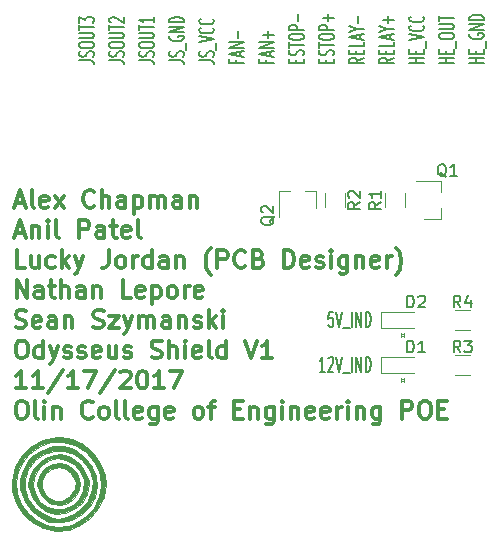
<source format=gbr>
G04 #@! TF.FileFunction,Legend,Top*
%FSLAX46Y46*%
G04 Gerber Fmt 4.6, Leading zero omitted, Abs format (unit mm)*
G04 Created by KiCad (PCBNEW 4.0.7) date 11/19/17 16:44:50*
%MOMM*%
%LPD*%
G01*
G04 APERTURE LIST*
%ADD10C,0.100000*%
%ADD11C,0.190500*%
%ADD12C,0.300000*%
%ADD13C,0.120000*%
%ADD14C,0.010000*%
%ADD15C,0.150000*%
G04 APERTURE END LIST*
D10*
D11*
X176312286Y-128844524D02*
X175876858Y-128844524D01*
X176094572Y-128844524D02*
X176094572Y-127574524D01*
X176022001Y-127755952D01*
X175949429Y-127876905D01*
X175876858Y-127937381D01*
X176602572Y-127695476D02*
X176638858Y-127635000D01*
X176711429Y-127574524D01*
X176892858Y-127574524D01*
X176965429Y-127635000D01*
X177001715Y-127695476D01*
X177038000Y-127816429D01*
X177038000Y-127937381D01*
X177001715Y-128118810D01*
X176566286Y-128844524D01*
X177038000Y-128844524D01*
X177255714Y-127574524D02*
X177509714Y-128844524D01*
X177763714Y-127574524D01*
X177836286Y-128965476D02*
X178416857Y-128965476D01*
X178598286Y-128844524D02*
X178598286Y-127574524D01*
X178961143Y-128844524D02*
X178961143Y-127574524D01*
X179396571Y-128844524D01*
X179396571Y-127574524D01*
X179759429Y-128844524D02*
X179759429Y-127574524D01*
X179940857Y-127574524D01*
X180049714Y-127635000D01*
X180122286Y-127755952D01*
X180158571Y-127876905D01*
X180194857Y-128118810D01*
X180194857Y-128300238D01*
X180158571Y-128542143D01*
X180122286Y-128663095D01*
X180049714Y-128784048D01*
X179940857Y-128844524D01*
X179759429Y-128844524D01*
X177001715Y-123764524D02*
X176638858Y-123764524D01*
X176602572Y-124369286D01*
X176638858Y-124308810D01*
X176711429Y-124248333D01*
X176892858Y-124248333D01*
X176965429Y-124308810D01*
X177001715Y-124369286D01*
X177038000Y-124490238D01*
X177038000Y-124792619D01*
X177001715Y-124913571D01*
X176965429Y-124974048D01*
X176892858Y-125034524D01*
X176711429Y-125034524D01*
X176638858Y-124974048D01*
X176602572Y-124913571D01*
X177255714Y-123764524D02*
X177509714Y-125034524D01*
X177763714Y-123764524D01*
X177836286Y-125155476D02*
X178416857Y-125155476D01*
X178598286Y-125034524D02*
X178598286Y-123764524D01*
X178961143Y-125034524D02*
X178961143Y-123764524D01*
X179396571Y-125034524D01*
X179396571Y-123764524D01*
X179759429Y-125034524D02*
X179759429Y-123764524D01*
X179940857Y-123764524D01*
X180049714Y-123825000D01*
X180122286Y-123945952D01*
X180158571Y-124066905D01*
X180194857Y-124308810D01*
X180194857Y-124490238D01*
X180158571Y-124732143D01*
X180122286Y-124853095D01*
X180049714Y-124974048D01*
X179940857Y-125034524D01*
X179759429Y-125034524D01*
X155514524Y-102470857D02*
X156421667Y-102470857D01*
X156603095Y-102507143D01*
X156724048Y-102579714D01*
X156784524Y-102688571D01*
X156784524Y-102761143D01*
X156724048Y-102144286D02*
X156784524Y-102035429D01*
X156784524Y-101854000D01*
X156724048Y-101781429D01*
X156663571Y-101745143D01*
X156542619Y-101708858D01*
X156421667Y-101708858D01*
X156300714Y-101745143D01*
X156240238Y-101781429D01*
X156179762Y-101854000D01*
X156119286Y-101999143D01*
X156058810Y-102071715D01*
X155998333Y-102108000D01*
X155877381Y-102144286D01*
X155756429Y-102144286D01*
X155635476Y-102108000D01*
X155575000Y-102071715D01*
X155514524Y-101999143D01*
X155514524Y-101817715D01*
X155575000Y-101708858D01*
X155514524Y-101237144D02*
X155514524Y-101092001D01*
X155575000Y-101019429D01*
X155695952Y-100946858D01*
X155937857Y-100910572D01*
X156361190Y-100910572D01*
X156603095Y-100946858D01*
X156724048Y-101019429D01*
X156784524Y-101092001D01*
X156784524Y-101237144D01*
X156724048Y-101309715D01*
X156603095Y-101382286D01*
X156361190Y-101418572D01*
X155937857Y-101418572D01*
X155695952Y-101382286D01*
X155575000Y-101309715D01*
X155514524Y-101237144D01*
X155514524Y-100584000D02*
X156542619Y-100584000D01*
X156663571Y-100547715D01*
X156724048Y-100511429D01*
X156784524Y-100438858D01*
X156784524Y-100293715D01*
X156724048Y-100221143D01*
X156663571Y-100184858D01*
X156542619Y-100148572D01*
X155514524Y-100148572D01*
X155514524Y-99894572D02*
X155514524Y-99459143D01*
X156784524Y-99676857D02*
X155514524Y-99676857D01*
X155514524Y-99277715D02*
X155514524Y-98806001D01*
X155998333Y-99060001D01*
X155998333Y-98951143D01*
X156058810Y-98878572D01*
X156119286Y-98842286D01*
X156240238Y-98806001D01*
X156542619Y-98806001D01*
X156663571Y-98842286D01*
X156724048Y-98878572D01*
X156784524Y-98951143D01*
X156784524Y-99168858D01*
X156724048Y-99241429D01*
X156663571Y-99277715D01*
X158054524Y-102470857D02*
X158961667Y-102470857D01*
X159143095Y-102507143D01*
X159264048Y-102579714D01*
X159324524Y-102688571D01*
X159324524Y-102761143D01*
X159264048Y-102144286D02*
X159324524Y-102035429D01*
X159324524Y-101854000D01*
X159264048Y-101781429D01*
X159203571Y-101745143D01*
X159082619Y-101708858D01*
X158961667Y-101708858D01*
X158840714Y-101745143D01*
X158780238Y-101781429D01*
X158719762Y-101854000D01*
X158659286Y-101999143D01*
X158598810Y-102071715D01*
X158538333Y-102108000D01*
X158417381Y-102144286D01*
X158296429Y-102144286D01*
X158175476Y-102108000D01*
X158115000Y-102071715D01*
X158054524Y-101999143D01*
X158054524Y-101817715D01*
X158115000Y-101708858D01*
X158054524Y-101237144D02*
X158054524Y-101092001D01*
X158115000Y-101019429D01*
X158235952Y-100946858D01*
X158477857Y-100910572D01*
X158901190Y-100910572D01*
X159143095Y-100946858D01*
X159264048Y-101019429D01*
X159324524Y-101092001D01*
X159324524Y-101237144D01*
X159264048Y-101309715D01*
X159143095Y-101382286D01*
X158901190Y-101418572D01*
X158477857Y-101418572D01*
X158235952Y-101382286D01*
X158115000Y-101309715D01*
X158054524Y-101237144D01*
X158054524Y-100584000D02*
X159082619Y-100584000D01*
X159203571Y-100547715D01*
X159264048Y-100511429D01*
X159324524Y-100438858D01*
X159324524Y-100293715D01*
X159264048Y-100221143D01*
X159203571Y-100184858D01*
X159082619Y-100148572D01*
X158054524Y-100148572D01*
X158054524Y-99894572D02*
X158054524Y-99459143D01*
X159324524Y-99676857D02*
X158054524Y-99676857D01*
X158175476Y-99241429D02*
X158115000Y-99205143D01*
X158054524Y-99132572D01*
X158054524Y-98951143D01*
X158115000Y-98878572D01*
X158175476Y-98842286D01*
X158296429Y-98806001D01*
X158417381Y-98806001D01*
X158598810Y-98842286D01*
X159324524Y-99277715D01*
X159324524Y-98806001D01*
X160594524Y-102470857D02*
X161501667Y-102470857D01*
X161683095Y-102507143D01*
X161804048Y-102579714D01*
X161864524Y-102688571D01*
X161864524Y-102761143D01*
X161804048Y-102144286D02*
X161864524Y-102035429D01*
X161864524Y-101854000D01*
X161804048Y-101781429D01*
X161743571Y-101745143D01*
X161622619Y-101708858D01*
X161501667Y-101708858D01*
X161380714Y-101745143D01*
X161320238Y-101781429D01*
X161259762Y-101854000D01*
X161199286Y-101999143D01*
X161138810Y-102071715D01*
X161078333Y-102108000D01*
X160957381Y-102144286D01*
X160836429Y-102144286D01*
X160715476Y-102108000D01*
X160655000Y-102071715D01*
X160594524Y-101999143D01*
X160594524Y-101817715D01*
X160655000Y-101708858D01*
X160594524Y-101237144D02*
X160594524Y-101092001D01*
X160655000Y-101019429D01*
X160775952Y-100946858D01*
X161017857Y-100910572D01*
X161441190Y-100910572D01*
X161683095Y-100946858D01*
X161804048Y-101019429D01*
X161864524Y-101092001D01*
X161864524Y-101237144D01*
X161804048Y-101309715D01*
X161683095Y-101382286D01*
X161441190Y-101418572D01*
X161017857Y-101418572D01*
X160775952Y-101382286D01*
X160655000Y-101309715D01*
X160594524Y-101237144D01*
X160594524Y-100584000D02*
X161622619Y-100584000D01*
X161743571Y-100547715D01*
X161804048Y-100511429D01*
X161864524Y-100438858D01*
X161864524Y-100293715D01*
X161804048Y-100221143D01*
X161743571Y-100184858D01*
X161622619Y-100148572D01*
X160594524Y-100148572D01*
X160594524Y-99894572D02*
X160594524Y-99459143D01*
X161864524Y-99676857D02*
X160594524Y-99676857D01*
X161864524Y-98806001D02*
X161864524Y-99241429D01*
X161864524Y-99023715D02*
X160594524Y-99023715D01*
X160775952Y-99096286D01*
X160896905Y-99168858D01*
X160957381Y-99241429D01*
X163134524Y-102470857D02*
X164041667Y-102470857D01*
X164223095Y-102507143D01*
X164344048Y-102579714D01*
X164404524Y-102688571D01*
X164404524Y-102761143D01*
X164344048Y-102144286D02*
X164404524Y-102035429D01*
X164404524Y-101854000D01*
X164344048Y-101781429D01*
X164283571Y-101745143D01*
X164162619Y-101708858D01*
X164041667Y-101708858D01*
X163920714Y-101745143D01*
X163860238Y-101781429D01*
X163799762Y-101854000D01*
X163739286Y-101999143D01*
X163678810Y-102071715D01*
X163618333Y-102108000D01*
X163497381Y-102144286D01*
X163376429Y-102144286D01*
X163255476Y-102108000D01*
X163195000Y-102071715D01*
X163134524Y-101999143D01*
X163134524Y-101817715D01*
X163195000Y-101708858D01*
X164525476Y-101563715D02*
X164525476Y-100983144D01*
X163195000Y-100402573D02*
X163134524Y-100475144D01*
X163134524Y-100584001D01*
X163195000Y-100692858D01*
X163315952Y-100765430D01*
X163436905Y-100801715D01*
X163678810Y-100838001D01*
X163860238Y-100838001D01*
X164102143Y-100801715D01*
X164223095Y-100765430D01*
X164344048Y-100692858D01*
X164404524Y-100584001D01*
X164404524Y-100511430D01*
X164344048Y-100402573D01*
X164283571Y-100366287D01*
X163860238Y-100366287D01*
X163860238Y-100511430D01*
X164404524Y-100039715D02*
X163134524Y-100039715D01*
X164404524Y-99604287D01*
X163134524Y-99604287D01*
X164404524Y-99241429D02*
X163134524Y-99241429D01*
X163134524Y-99060001D01*
X163195000Y-98951144D01*
X163315952Y-98878572D01*
X163436905Y-98842287D01*
X163678810Y-98806001D01*
X163860238Y-98806001D01*
X164102143Y-98842287D01*
X164223095Y-98878572D01*
X164344048Y-98951144D01*
X164404524Y-99060001D01*
X164404524Y-99241429D01*
X165674524Y-102470857D02*
X166581667Y-102470857D01*
X166763095Y-102507143D01*
X166884048Y-102579714D01*
X166944524Y-102688571D01*
X166944524Y-102761143D01*
X166884048Y-102144286D02*
X166944524Y-102035429D01*
X166944524Y-101854000D01*
X166884048Y-101781429D01*
X166823571Y-101745143D01*
X166702619Y-101708858D01*
X166581667Y-101708858D01*
X166460714Y-101745143D01*
X166400238Y-101781429D01*
X166339762Y-101854000D01*
X166279286Y-101999143D01*
X166218810Y-102071715D01*
X166158333Y-102108000D01*
X166037381Y-102144286D01*
X165916429Y-102144286D01*
X165795476Y-102108000D01*
X165735000Y-102071715D01*
X165674524Y-101999143D01*
X165674524Y-101817715D01*
X165735000Y-101708858D01*
X167065476Y-101563715D02*
X167065476Y-100983144D01*
X165674524Y-100910573D02*
X166944524Y-100656573D01*
X165674524Y-100402573D01*
X166823571Y-99713144D02*
X166884048Y-99749430D01*
X166944524Y-99858287D01*
X166944524Y-99930858D01*
X166884048Y-100039715D01*
X166763095Y-100112287D01*
X166642143Y-100148572D01*
X166400238Y-100184858D01*
X166218810Y-100184858D01*
X165976905Y-100148572D01*
X165855952Y-100112287D01*
X165735000Y-100039715D01*
X165674524Y-99930858D01*
X165674524Y-99858287D01*
X165735000Y-99749430D01*
X165795476Y-99713144D01*
X166823571Y-98951144D02*
X166884048Y-98987430D01*
X166944524Y-99096287D01*
X166944524Y-99168858D01*
X166884048Y-99277715D01*
X166763095Y-99350287D01*
X166642143Y-99386572D01*
X166400238Y-99422858D01*
X166218810Y-99422858D01*
X165976905Y-99386572D01*
X165855952Y-99350287D01*
X165735000Y-99277715D01*
X165674524Y-99168858D01*
X165674524Y-99096287D01*
X165735000Y-98987430D01*
X165795476Y-98951144D01*
X168819286Y-102434571D02*
X168819286Y-102688571D01*
X169484524Y-102688571D02*
X168214524Y-102688571D01*
X168214524Y-102325714D01*
X169121667Y-102071714D02*
X169121667Y-101708857D01*
X169484524Y-102144286D02*
X168214524Y-101890286D01*
X169484524Y-101636286D01*
X169484524Y-101382285D02*
X168214524Y-101382285D01*
X169484524Y-100946857D01*
X168214524Y-100946857D01*
X169000714Y-100583999D02*
X169000714Y-100003428D01*
X171359286Y-102434571D02*
X171359286Y-102688571D01*
X172024524Y-102688571D02*
X170754524Y-102688571D01*
X170754524Y-102325714D01*
X171661667Y-102071714D02*
X171661667Y-101708857D01*
X172024524Y-102144286D02*
X170754524Y-101890286D01*
X172024524Y-101636286D01*
X172024524Y-101382285D02*
X170754524Y-101382285D01*
X172024524Y-100946857D01*
X170754524Y-100946857D01*
X171540714Y-100583999D02*
X171540714Y-100003428D01*
X172024524Y-100293714D02*
X171056905Y-100293714D01*
X173899286Y-102688571D02*
X173899286Y-102434571D01*
X174564524Y-102325714D02*
X174564524Y-102688571D01*
X173294524Y-102688571D01*
X173294524Y-102325714D01*
X174504048Y-102035428D02*
X174564524Y-101926571D01*
X174564524Y-101745142D01*
X174504048Y-101672571D01*
X174443571Y-101636285D01*
X174322619Y-101600000D01*
X174201667Y-101600000D01*
X174080714Y-101636285D01*
X174020238Y-101672571D01*
X173959762Y-101745142D01*
X173899286Y-101890285D01*
X173838810Y-101962857D01*
X173778333Y-101999142D01*
X173657381Y-102035428D01*
X173536429Y-102035428D01*
X173415476Y-101999142D01*
X173355000Y-101962857D01*
X173294524Y-101890285D01*
X173294524Y-101708857D01*
X173355000Y-101600000D01*
X173294524Y-101382286D02*
X173294524Y-100946857D01*
X174564524Y-101164571D02*
X173294524Y-101164571D01*
X173294524Y-100547715D02*
X173294524Y-100402572D01*
X173355000Y-100330000D01*
X173475952Y-100257429D01*
X173717857Y-100221143D01*
X174141190Y-100221143D01*
X174383095Y-100257429D01*
X174504048Y-100330000D01*
X174564524Y-100402572D01*
X174564524Y-100547715D01*
X174504048Y-100620286D01*
X174383095Y-100692857D01*
X174141190Y-100729143D01*
X173717857Y-100729143D01*
X173475952Y-100692857D01*
X173355000Y-100620286D01*
X173294524Y-100547715D01*
X174564524Y-99894571D02*
X173294524Y-99894571D01*
X173294524Y-99604286D01*
X173355000Y-99531714D01*
X173415476Y-99495429D01*
X173536429Y-99459143D01*
X173717857Y-99459143D01*
X173838810Y-99495429D01*
X173899286Y-99531714D01*
X173959762Y-99604286D01*
X173959762Y-99894571D01*
X174080714Y-99132571D02*
X174080714Y-98552000D01*
X176439286Y-102688571D02*
X176439286Y-102434571D01*
X177104524Y-102325714D02*
X177104524Y-102688571D01*
X175834524Y-102688571D01*
X175834524Y-102325714D01*
X177044048Y-102035428D02*
X177104524Y-101926571D01*
X177104524Y-101745142D01*
X177044048Y-101672571D01*
X176983571Y-101636285D01*
X176862619Y-101600000D01*
X176741667Y-101600000D01*
X176620714Y-101636285D01*
X176560238Y-101672571D01*
X176499762Y-101745142D01*
X176439286Y-101890285D01*
X176378810Y-101962857D01*
X176318333Y-101999142D01*
X176197381Y-102035428D01*
X176076429Y-102035428D01*
X175955476Y-101999142D01*
X175895000Y-101962857D01*
X175834524Y-101890285D01*
X175834524Y-101708857D01*
X175895000Y-101600000D01*
X175834524Y-101382286D02*
X175834524Y-100946857D01*
X177104524Y-101164571D02*
X175834524Y-101164571D01*
X175834524Y-100547715D02*
X175834524Y-100402572D01*
X175895000Y-100330000D01*
X176015952Y-100257429D01*
X176257857Y-100221143D01*
X176681190Y-100221143D01*
X176923095Y-100257429D01*
X177044048Y-100330000D01*
X177104524Y-100402572D01*
X177104524Y-100547715D01*
X177044048Y-100620286D01*
X176923095Y-100692857D01*
X176681190Y-100729143D01*
X176257857Y-100729143D01*
X176015952Y-100692857D01*
X175895000Y-100620286D01*
X175834524Y-100547715D01*
X177104524Y-99894571D02*
X175834524Y-99894571D01*
X175834524Y-99604286D01*
X175895000Y-99531714D01*
X175955476Y-99495429D01*
X176076429Y-99459143D01*
X176257857Y-99459143D01*
X176378810Y-99495429D01*
X176439286Y-99531714D01*
X176499762Y-99604286D01*
X176499762Y-99894571D01*
X176620714Y-99132571D02*
X176620714Y-98552000D01*
X177104524Y-98842286D02*
X176136905Y-98842286D01*
X179644524Y-102253143D02*
X179039762Y-102507143D01*
X179644524Y-102688571D02*
X178374524Y-102688571D01*
X178374524Y-102398286D01*
X178435000Y-102325714D01*
X178495476Y-102289429D01*
X178616429Y-102253143D01*
X178797857Y-102253143D01*
X178918810Y-102289429D01*
X178979286Y-102325714D01*
X179039762Y-102398286D01*
X179039762Y-102688571D01*
X178979286Y-101926571D02*
X178979286Y-101672571D01*
X179644524Y-101563714D02*
X179644524Y-101926571D01*
X178374524Y-101926571D01*
X178374524Y-101563714D01*
X179644524Y-100874285D02*
X179644524Y-101237142D01*
X178374524Y-101237142D01*
X179281667Y-100656571D02*
X179281667Y-100293714D01*
X179644524Y-100729143D02*
X178374524Y-100475143D01*
X179644524Y-100221143D01*
X179039762Y-99822000D02*
X179644524Y-99822000D01*
X178374524Y-100076000D02*
X179039762Y-99822000D01*
X178374524Y-99568000D01*
X179160714Y-99313999D02*
X179160714Y-98733428D01*
X182184524Y-102253143D02*
X181579762Y-102507143D01*
X182184524Y-102688571D02*
X180914524Y-102688571D01*
X180914524Y-102398286D01*
X180975000Y-102325714D01*
X181035476Y-102289429D01*
X181156429Y-102253143D01*
X181337857Y-102253143D01*
X181458810Y-102289429D01*
X181519286Y-102325714D01*
X181579762Y-102398286D01*
X181579762Y-102688571D01*
X181519286Y-101926571D02*
X181519286Y-101672571D01*
X182184524Y-101563714D02*
X182184524Y-101926571D01*
X180914524Y-101926571D01*
X180914524Y-101563714D01*
X182184524Y-100874285D02*
X182184524Y-101237142D01*
X180914524Y-101237142D01*
X181821667Y-100656571D02*
X181821667Y-100293714D01*
X182184524Y-100729143D02*
X180914524Y-100475143D01*
X182184524Y-100221143D01*
X181579762Y-99822000D02*
X182184524Y-99822000D01*
X180914524Y-100076000D02*
X181579762Y-99822000D01*
X180914524Y-99568000D01*
X181700714Y-99313999D02*
X181700714Y-98733428D01*
X182184524Y-99023714D02*
X181216905Y-99023714D01*
X184724524Y-102688571D02*
X183454524Y-102688571D01*
X184059286Y-102688571D02*
X184059286Y-102253143D01*
X184724524Y-102253143D02*
X183454524Y-102253143D01*
X184059286Y-101890285D02*
X184059286Y-101636285D01*
X184724524Y-101527428D02*
X184724524Y-101890285D01*
X183454524Y-101890285D01*
X183454524Y-101527428D01*
X184845476Y-101382285D02*
X184845476Y-100801714D01*
X183454524Y-100729143D02*
X184724524Y-100475143D01*
X183454524Y-100221143D01*
X184603571Y-99531714D02*
X184664048Y-99568000D01*
X184724524Y-99676857D01*
X184724524Y-99749428D01*
X184664048Y-99858285D01*
X184543095Y-99930857D01*
X184422143Y-99967142D01*
X184180238Y-100003428D01*
X183998810Y-100003428D01*
X183756905Y-99967142D01*
X183635952Y-99930857D01*
X183515000Y-99858285D01*
X183454524Y-99749428D01*
X183454524Y-99676857D01*
X183515000Y-99568000D01*
X183575476Y-99531714D01*
X184603571Y-98769714D02*
X184664048Y-98806000D01*
X184724524Y-98914857D01*
X184724524Y-98987428D01*
X184664048Y-99096285D01*
X184543095Y-99168857D01*
X184422143Y-99205142D01*
X184180238Y-99241428D01*
X183998810Y-99241428D01*
X183756905Y-99205142D01*
X183635952Y-99168857D01*
X183515000Y-99096285D01*
X183454524Y-98987428D01*
X183454524Y-98914857D01*
X183515000Y-98806000D01*
X183575476Y-98769714D01*
X187264524Y-102688571D02*
X185994524Y-102688571D01*
X186599286Y-102688571D02*
X186599286Y-102253143D01*
X187264524Y-102253143D02*
X185994524Y-102253143D01*
X186599286Y-101890285D02*
X186599286Y-101636285D01*
X187264524Y-101527428D02*
X187264524Y-101890285D01*
X185994524Y-101890285D01*
X185994524Y-101527428D01*
X187385476Y-101382285D02*
X187385476Y-100801714D01*
X185994524Y-100475143D02*
X185994524Y-100330000D01*
X186055000Y-100257428D01*
X186175952Y-100184857D01*
X186417857Y-100148571D01*
X186841190Y-100148571D01*
X187083095Y-100184857D01*
X187204048Y-100257428D01*
X187264524Y-100330000D01*
X187264524Y-100475143D01*
X187204048Y-100547714D01*
X187083095Y-100620285D01*
X186841190Y-100656571D01*
X186417857Y-100656571D01*
X186175952Y-100620285D01*
X186055000Y-100547714D01*
X185994524Y-100475143D01*
X185994524Y-99821999D02*
X187022619Y-99821999D01*
X187143571Y-99785714D01*
X187204048Y-99749428D01*
X187264524Y-99676857D01*
X187264524Y-99531714D01*
X187204048Y-99459142D01*
X187143571Y-99422857D01*
X187022619Y-99386571D01*
X185994524Y-99386571D01*
X185994524Y-99132571D02*
X185994524Y-98697142D01*
X187264524Y-98914856D02*
X185994524Y-98914856D01*
X189804524Y-102688571D02*
X188534524Y-102688571D01*
X189139286Y-102688571D02*
X189139286Y-102253143D01*
X189804524Y-102253143D02*
X188534524Y-102253143D01*
X189139286Y-101890285D02*
X189139286Y-101636285D01*
X189804524Y-101527428D02*
X189804524Y-101890285D01*
X188534524Y-101890285D01*
X188534524Y-101527428D01*
X189925476Y-101382285D02*
X189925476Y-100801714D01*
X188595000Y-100221143D02*
X188534524Y-100293714D01*
X188534524Y-100402571D01*
X188595000Y-100511428D01*
X188715952Y-100584000D01*
X188836905Y-100620285D01*
X189078810Y-100656571D01*
X189260238Y-100656571D01*
X189502143Y-100620285D01*
X189623095Y-100584000D01*
X189744048Y-100511428D01*
X189804524Y-100402571D01*
X189804524Y-100330000D01*
X189744048Y-100221143D01*
X189683571Y-100184857D01*
X189260238Y-100184857D01*
X189260238Y-100330000D01*
X189804524Y-99858285D02*
X188534524Y-99858285D01*
X189804524Y-99422857D01*
X188534524Y-99422857D01*
X189804524Y-99059999D02*
X188534524Y-99059999D01*
X188534524Y-98878571D01*
X188595000Y-98769714D01*
X188715952Y-98697142D01*
X188836905Y-98660857D01*
X189078810Y-98624571D01*
X189260238Y-98624571D01*
X189502143Y-98660857D01*
X189623095Y-98697142D01*
X189744048Y-98769714D01*
X189804524Y-98878571D01*
X189804524Y-99059999D01*
D12*
X150145714Y-114515000D02*
X150860000Y-114515000D01*
X150002857Y-114943571D02*
X150502857Y-113443571D01*
X151002857Y-114943571D01*
X151717143Y-114943571D02*
X151574285Y-114872143D01*
X151502857Y-114729286D01*
X151502857Y-113443571D01*
X152859999Y-114872143D02*
X152717142Y-114943571D01*
X152431428Y-114943571D01*
X152288571Y-114872143D01*
X152217142Y-114729286D01*
X152217142Y-114157857D01*
X152288571Y-114015000D01*
X152431428Y-113943571D01*
X152717142Y-113943571D01*
X152859999Y-114015000D01*
X152931428Y-114157857D01*
X152931428Y-114300714D01*
X152217142Y-114443571D01*
X153431428Y-114943571D02*
X154217142Y-113943571D01*
X153431428Y-113943571D02*
X154217142Y-114943571D01*
X156788571Y-114800714D02*
X156717142Y-114872143D01*
X156502856Y-114943571D01*
X156359999Y-114943571D01*
X156145714Y-114872143D01*
X156002856Y-114729286D01*
X155931428Y-114586429D01*
X155859999Y-114300714D01*
X155859999Y-114086429D01*
X155931428Y-113800714D01*
X156002856Y-113657857D01*
X156145714Y-113515000D01*
X156359999Y-113443571D01*
X156502856Y-113443571D01*
X156717142Y-113515000D01*
X156788571Y-113586429D01*
X157431428Y-114943571D02*
X157431428Y-113443571D01*
X158074285Y-114943571D02*
X158074285Y-114157857D01*
X158002856Y-114015000D01*
X157859999Y-113943571D01*
X157645714Y-113943571D01*
X157502856Y-114015000D01*
X157431428Y-114086429D01*
X159431428Y-114943571D02*
X159431428Y-114157857D01*
X159359999Y-114015000D01*
X159217142Y-113943571D01*
X158931428Y-113943571D01*
X158788571Y-114015000D01*
X159431428Y-114872143D02*
X159288571Y-114943571D01*
X158931428Y-114943571D01*
X158788571Y-114872143D01*
X158717142Y-114729286D01*
X158717142Y-114586429D01*
X158788571Y-114443571D01*
X158931428Y-114372143D01*
X159288571Y-114372143D01*
X159431428Y-114300714D01*
X160145714Y-113943571D02*
X160145714Y-115443571D01*
X160145714Y-114015000D02*
X160288571Y-113943571D01*
X160574285Y-113943571D01*
X160717142Y-114015000D01*
X160788571Y-114086429D01*
X160860000Y-114229286D01*
X160860000Y-114657857D01*
X160788571Y-114800714D01*
X160717142Y-114872143D01*
X160574285Y-114943571D01*
X160288571Y-114943571D01*
X160145714Y-114872143D01*
X161502857Y-114943571D02*
X161502857Y-113943571D01*
X161502857Y-114086429D02*
X161574285Y-114015000D01*
X161717143Y-113943571D01*
X161931428Y-113943571D01*
X162074285Y-114015000D01*
X162145714Y-114157857D01*
X162145714Y-114943571D01*
X162145714Y-114157857D02*
X162217143Y-114015000D01*
X162360000Y-113943571D01*
X162574285Y-113943571D01*
X162717143Y-114015000D01*
X162788571Y-114157857D01*
X162788571Y-114943571D01*
X164145714Y-114943571D02*
X164145714Y-114157857D01*
X164074285Y-114015000D01*
X163931428Y-113943571D01*
X163645714Y-113943571D01*
X163502857Y-114015000D01*
X164145714Y-114872143D02*
X164002857Y-114943571D01*
X163645714Y-114943571D01*
X163502857Y-114872143D01*
X163431428Y-114729286D01*
X163431428Y-114586429D01*
X163502857Y-114443571D01*
X163645714Y-114372143D01*
X164002857Y-114372143D01*
X164145714Y-114300714D01*
X164860000Y-113943571D02*
X164860000Y-114943571D01*
X164860000Y-114086429D02*
X164931428Y-114015000D01*
X165074286Y-113943571D01*
X165288571Y-113943571D01*
X165431428Y-114015000D01*
X165502857Y-114157857D01*
X165502857Y-114943571D01*
X150145714Y-117065000D02*
X150860000Y-117065000D01*
X150002857Y-117493571D02*
X150502857Y-115993571D01*
X151002857Y-117493571D01*
X151502857Y-116493571D02*
X151502857Y-117493571D01*
X151502857Y-116636429D02*
X151574285Y-116565000D01*
X151717143Y-116493571D01*
X151931428Y-116493571D01*
X152074285Y-116565000D01*
X152145714Y-116707857D01*
X152145714Y-117493571D01*
X152860000Y-117493571D02*
X152860000Y-116493571D01*
X152860000Y-115993571D02*
X152788571Y-116065000D01*
X152860000Y-116136429D01*
X152931428Y-116065000D01*
X152860000Y-115993571D01*
X152860000Y-116136429D01*
X153788572Y-117493571D02*
X153645714Y-117422143D01*
X153574286Y-117279286D01*
X153574286Y-115993571D01*
X155502857Y-117493571D02*
X155502857Y-115993571D01*
X156074285Y-115993571D01*
X156217143Y-116065000D01*
X156288571Y-116136429D01*
X156360000Y-116279286D01*
X156360000Y-116493571D01*
X156288571Y-116636429D01*
X156217143Y-116707857D01*
X156074285Y-116779286D01*
X155502857Y-116779286D01*
X157645714Y-117493571D02*
X157645714Y-116707857D01*
X157574285Y-116565000D01*
X157431428Y-116493571D01*
X157145714Y-116493571D01*
X157002857Y-116565000D01*
X157645714Y-117422143D02*
X157502857Y-117493571D01*
X157145714Y-117493571D01*
X157002857Y-117422143D01*
X156931428Y-117279286D01*
X156931428Y-117136429D01*
X157002857Y-116993571D01*
X157145714Y-116922143D01*
X157502857Y-116922143D01*
X157645714Y-116850714D01*
X158145714Y-116493571D02*
X158717143Y-116493571D01*
X158360000Y-115993571D02*
X158360000Y-117279286D01*
X158431428Y-117422143D01*
X158574286Y-117493571D01*
X158717143Y-117493571D01*
X159788571Y-117422143D02*
X159645714Y-117493571D01*
X159360000Y-117493571D01*
X159217143Y-117422143D01*
X159145714Y-117279286D01*
X159145714Y-116707857D01*
X159217143Y-116565000D01*
X159360000Y-116493571D01*
X159645714Y-116493571D01*
X159788571Y-116565000D01*
X159860000Y-116707857D01*
X159860000Y-116850714D01*
X159145714Y-116993571D01*
X160717143Y-117493571D02*
X160574285Y-117422143D01*
X160502857Y-117279286D01*
X160502857Y-115993571D01*
X150931429Y-120043571D02*
X150217143Y-120043571D01*
X150217143Y-118543571D01*
X152074286Y-119043571D02*
X152074286Y-120043571D01*
X151431429Y-119043571D02*
X151431429Y-119829286D01*
X151502857Y-119972143D01*
X151645715Y-120043571D01*
X151860000Y-120043571D01*
X152002857Y-119972143D01*
X152074286Y-119900714D01*
X153431429Y-119972143D02*
X153288572Y-120043571D01*
X153002858Y-120043571D01*
X152860000Y-119972143D01*
X152788572Y-119900714D01*
X152717143Y-119757857D01*
X152717143Y-119329286D01*
X152788572Y-119186429D01*
X152860000Y-119115000D01*
X153002858Y-119043571D01*
X153288572Y-119043571D01*
X153431429Y-119115000D01*
X154074286Y-120043571D02*
X154074286Y-118543571D01*
X154217143Y-119472143D02*
X154645714Y-120043571D01*
X154645714Y-119043571D02*
X154074286Y-119615000D01*
X155145715Y-119043571D02*
X155502858Y-120043571D01*
X155860000Y-119043571D02*
X155502858Y-120043571D01*
X155360000Y-120400714D01*
X155288572Y-120472143D01*
X155145715Y-120543571D01*
X158002857Y-118543571D02*
X158002857Y-119615000D01*
X157931429Y-119829286D01*
X157788572Y-119972143D01*
X157574286Y-120043571D01*
X157431429Y-120043571D01*
X158931429Y-120043571D02*
X158788571Y-119972143D01*
X158717143Y-119900714D01*
X158645714Y-119757857D01*
X158645714Y-119329286D01*
X158717143Y-119186429D01*
X158788571Y-119115000D01*
X158931429Y-119043571D01*
X159145714Y-119043571D01*
X159288571Y-119115000D01*
X159360000Y-119186429D01*
X159431429Y-119329286D01*
X159431429Y-119757857D01*
X159360000Y-119900714D01*
X159288571Y-119972143D01*
X159145714Y-120043571D01*
X158931429Y-120043571D01*
X160074286Y-120043571D02*
X160074286Y-119043571D01*
X160074286Y-119329286D02*
X160145714Y-119186429D01*
X160217143Y-119115000D01*
X160360000Y-119043571D01*
X160502857Y-119043571D01*
X161645714Y-120043571D02*
X161645714Y-118543571D01*
X161645714Y-119972143D02*
X161502857Y-120043571D01*
X161217143Y-120043571D01*
X161074285Y-119972143D01*
X161002857Y-119900714D01*
X160931428Y-119757857D01*
X160931428Y-119329286D01*
X161002857Y-119186429D01*
X161074285Y-119115000D01*
X161217143Y-119043571D01*
X161502857Y-119043571D01*
X161645714Y-119115000D01*
X163002857Y-120043571D02*
X163002857Y-119257857D01*
X162931428Y-119115000D01*
X162788571Y-119043571D01*
X162502857Y-119043571D01*
X162360000Y-119115000D01*
X163002857Y-119972143D02*
X162860000Y-120043571D01*
X162502857Y-120043571D01*
X162360000Y-119972143D01*
X162288571Y-119829286D01*
X162288571Y-119686429D01*
X162360000Y-119543571D01*
X162502857Y-119472143D01*
X162860000Y-119472143D01*
X163002857Y-119400714D01*
X163717143Y-119043571D02*
X163717143Y-120043571D01*
X163717143Y-119186429D02*
X163788571Y-119115000D01*
X163931429Y-119043571D01*
X164145714Y-119043571D01*
X164288571Y-119115000D01*
X164360000Y-119257857D01*
X164360000Y-120043571D01*
X166645714Y-120615000D02*
X166574286Y-120543571D01*
X166431429Y-120329286D01*
X166360000Y-120186429D01*
X166288571Y-119972143D01*
X166217143Y-119615000D01*
X166217143Y-119329286D01*
X166288571Y-118972143D01*
X166360000Y-118757857D01*
X166431429Y-118615000D01*
X166574286Y-118400714D01*
X166645714Y-118329286D01*
X167217143Y-120043571D02*
X167217143Y-118543571D01*
X167788571Y-118543571D01*
X167931429Y-118615000D01*
X168002857Y-118686429D01*
X168074286Y-118829286D01*
X168074286Y-119043571D01*
X168002857Y-119186429D01*
X167931429Y-119257857D01*
X167788571Y-119329286D01*
X167217143Y-119329286D01*
X169574286Y-119900714D02*
X169502857Y-119972143D01*
X169288571Y-120043571D01*
X169145714Y-120043571D01*
X168931429Y-119972143D01*
X168788571Y-119829286D01*
X168717143Y-119686429D01*
X168645714Y-119400714D01*
X168645714Y-119186429D01*
X168717143Y-118900714D01*
X168788571Y-118757857D01*
X168931429Y-118615000D01*
X169145714Y-118543571D01*
X169288571Y-118543571D01*
X169502857Y-118615000D01*
X169574286Y-118686429D01*
X170717143Y-119257857D02*
X170931429Y-119329286D01*
X171002857Y-119400714D01*
X171074286Y-119543571D01*
X171074286Y-119757857D01*
X171002857Y-119900714D01*
X170931429Y-119972143D01*
X170788571Y-120043571D01*
X170217143Y-120043571D01*
X170217143Y-118543571D01*
X170717143Y-118543571D01*
X170860000Y-118615000D01*
X170931429Y-118686429D01*
X171002857Y-118829286D01*
X171002857Y-118972143D01*
X170931429Y-119115000D01*
X170860000Y-119186429D01*
X170717143Y-119257857D01*
X170217143Y-119257857D01*
X172860000Y-120043571D02*
X172860000Y-118543571D01*
X173217143Y-118543571D01*
X173431428Y-118615000D01*
X173574286Y-118757857D01*
X173645714Y-118900714D01*
X173717143Y-119186429D01*
X173717143Y-119400714D01*
X173645714Y-119686429D01*
X173574286Y-119829286D01*
X173431428Y-119972143D01*
X173217143Y-120043571D01*
X172860000Y-120043571D01*
X174931428Y-119972143D02*
X174788571Y-120043571D01*
X174502857Y-120043571D01*
X174360000Y-119972143D01*
X174288571Y-119829286D01*
X174288571Y-119257857D01*
X174360000Y-119115000D01*
X174502857Y-119043571D01*
X174788571Y-119043571D01*
X174931428Y-119115000D01*
X175002857Y-119257857D01*
X175002857Y-119400714D01*
X174288571Y-119543571D01*
X175574285Y-119972143D02*
X175717142Y-120043571D01*
X176002857Y-120043571D01*
X176145714Y-119972143D01*
X176217142Y-119829286D01*
X176217142Y-119757857D01*
X176145714Y-119615000D01*
X176002857Y-119543571D01*
X175788571Y-119543571D01*
X175645714Y-119472143D01*
X175574285Y-119329286D01*
X175574285Y-119257857D01*
X175645714Y-119115000D01*
X175788571Y-119043571D01*
X176002857Y-119043571D01*
X176145714Y-119115000D01*
X176860000Y-120043571D02*
X176860000Y-119043571D01*
X176860000Y-118543571D02*
X176788571Y-118615000D01*
X176860000Y-118686429D01*
X176931428Y-118615000D01*
X176860000Y-118543571D01*
X176860000Y-118686429D01*
X178217143Y-119043571D02*
X178217143Y-120257857D01*
X178145714Y-120400714D01*
X178074286Y-120472143D01*
X177931429Y-120543571D01*
X177717143Y-120543571D01*
X177574286Y-120472143D01*
X178217143Y-119972143D02*
X178074286Y-120043571D01*
X177788572Y-120043571D01*
X177645714Y-119972143D01*
X177574286Y-119900714D01*
X177502857Y-119757857D01*
X177502857Y-119329286D01*
X177574286Y-119186429D01*
X177645714Y-119115000D01*
X177788572Y-119043571D01*
X178074286Y-119043571D01*
X178217143Y-119115000D01*
X178931429Y-119043571D02*
X178931429Y-120043571D01*
X178931429Y-119186429D02*
X179002857Y-119115000D01*
X179145715Y-119043571D01*
X179360000Y-119043571D01*
X179502857Y-119115000D01*
X179574286Y-119257857D01*
X179574286Y-120043571D01*
X180860000Y-119972143D02*
X180717143Y-120043571D01*
X180431429Y-120043571D01*
X180288572Y-119972143D01*
X180217143Y-119829286D01*
X180217143Y-119257857D01*
X180288572Y-119115000D01*
X180431429Y-119043571D01*
X180717143Y-119043571D01*
X180860000Y-119115000D01*
X180931429Y-119257857D01*
X180931429Y-119400714D01*
X180217143Y-119543571D01*
X181574286Y-120043571D02*
X181574286Y-119043571D01*
X181574286Y-119329286D02*
X181645714Y-119186429D01*
X181717143Y-119115000D01*
X181860000Y-119043571D01*
X182002857Y-119043571D01*
X182360000Y-120615000D02*
X182431428Y-120543571D01*
X182574285Y-120329286D01*
X182645714Y-120186429D01*
X182717143Y-119972143D01*
X182788571Y-119615000D01*
X182788571Y-119329286D01*
X182717143Y-118972143D01*
X182645714Y-118757857D01*
X182574285Y-118615000D01*
X182431428Y-118400714D01*
X182360000Y-118329286D01*
X150217143Y-122593571D02*
X150217143Y-121093571D01*
X151074286Y-122593571D01*
X151074286Y-121093571D01*
X152431429Y-122593571D02*
X152431429Y-121807857D01*
X152360000Y-121665000D01*
X152217143Y-121593571D01*
X151931429Y-121593571D01*
X151788572Y-121665000D01*
X152431429Y-122522143D02*
X152288572Y-122593571D01*
X151931429Y-122593571D01*
X151788572Y-122522143D01*
X151717143Y-122379286D01*
X151717143Y-122236429D01*
X151788572Y-122093571D01*
X151931429Y-122022143D01*
X152288572Y-122022143D01*
X152431429Y-121950714D01*
X152931429Y-121593571D02*
X153502858Y-121593571D01*
X153145715Y-121093571D02*
X153145715Y-122379286D01*
X153217143Y-122522143D01*
X153360001Y-122593571D01*
X153502858Y-122593571D01*
X154002858Y-122593571D02*
X154002858Y-121093571D01*
X154645715Y-122593571D02*
X154645715Y-121807857D01*
X154574286Y-121665000D01*
X154431429Y-121593571D01*
X154217144Y-121593571D01*
X154074286Y-121665000D01*
X154002858Y-121736429D01*
X156002858Y-122593571D02*
X156002858Y-121807857D01*
X155931429Y-121665000D01*
X155788572Y-121593571D01*
X155502858Y-121593571D01*
X155360001Y-121665000D01*
X156002858Y-122522143D02*
X155860001Y-122593571D01*
X155502858Y-122593571D01*
X155360001Y-122522143D01*
X155288572Y-122379286D01*
X155288572Y-122236429D01*
X155360001Y-122093571D01*
X155502858Y-122022143D01*
X155860001Y-122022143D01*
X156002858Y-121950714D01*
X156717144Y-121593571D02*
X156717144Y-122593571D01*
X156717144Y-121736429D02*
X156788572Y-121665000D01*
X156931430Y-121593571D01*
X157145715Y-121593571D01*
X157288572Y-121665000D01*
X157360001Y-121807857D01*
X157360001Y-122593571D01*
X159931430Y-122593571D02*
X159217144Y-122593571D01*
X159217144Y-121093571D01*
X161002858Y-122522143D02*
X160860001Y-122593571D01*
X160574287Y-122593571D01*
X160431430Y-122522143D01*
X160360001Y-122379286D01*
X160360001Y-121807857D01*
X160431430Y-121665000D01*
X160574287Y-121593571D01*
X160860001Y-121593571D01*
X161002858Y-121665000D01*
X161074287Y-121807857D01*
X161074287Y-121950714D01*
X160360001Y-122093571D01*
X161717144Y-121593571D02*
X161717144Y-123093571D01*
X161717144Y-121665000D02*
X161860001Y-121593571D01*
X162145715Y-121593571D01*
X162288572Y-121665000D01*
X162360001Y-121736429D01*
X162431430Y-121879286D01*
X162431430Y-122307857D01*
X162360001Y-122450714D01*
X162288572Y-122522143D01*
X162145715Y-122593571D01*
X161860001Y-122593571D01*
X161717144Y-122522143D01*
X163288573Y-122593571D02*
X163145715Y-122522143D01*
X163074287Y-122450714D01*
X163002858Y-122307857D01*
X163002858Y-121879286D01*
X163074287Y-121736429D01*
X163145715Y-121665000D01*
X163288573Y-121593571D01*
X163502858Y-121593571D01*
X163645715Y-121665000D01*
X163717144Y-121736429D01*
X163788573Y-121879286D01*
X163788573Y-122307857D01*
X163717144Y-122450714D01*
X163645715Y-122522143D01*
X163502858Y-122593571D01*
X163288573Y-122593571D01*
X164431430Y-122593571D02*
X164431430Y-121593571D01*
X164431430Y-121879286D02*
X164502858Y-121736429D01*
X164574287Y-121665000D01*
X164717144Y-121593571D01*
X164860001Y-121593571D01*
X165931429Y-122522143D02*
X165788572Y-122593571D01*
X165502858Y-122593571D01*
X165360001Y-122522143D01*
X165288572Y-122379286D01*
X165288572Y-121807857D01*
X165360001Y-121665000D01*
X165502858Y-121593571D01*
X165788572Y-121593571D01*
X165931429Y-121665000D01*
X166002858Y-121807857D01*
X166002858Y-121950714D01*
X165288572Y-122093571D01*
X150145714Y-125072143D02*
X150360000Y-125143571D01*
X150717143Y-125143571D01*
X150860000Y-125072143D01*
X150931429Y-125000714D01*
X151002857Y-124857857D01*
X151002857Y-124715000D01*
X150931429Y-124572143D01*
X150860000Y-124500714D01*
X150717143Y-124429286D01*
X150431429Y-124357857D01*
X150288571Y-124286429D01*
X150217143Y-124215000D01*
X150145714Y-124072143D01*
X150145714Y-123929286D01*
X150217143Y-123786429D01*
X150288571Y-123715000D01*
X150431429Y-123643571D01*
X150788571Y-123643571D01*
X151002857Y-123715000D01*
X152217142Y-125072143D02*
X152074285Y-125143571D01*
X151788571Y-125143571D01*
X151645714Y-125072143D01*
X151574285Y-124929286D01*
X151574285Y-124357857D01*
X151645714Y-124215000D01*
X151788571Y-124143571D01*
X152074285Y-124143571D01*
X152217142Y-124215000D01*
X152288571Y-124357857D01*
X152288571Y-124500714D01*
X151574285Y-124643571D01*
X153574285Y-125143571D02*
X153574285Y-124357857D01*
X153502856Y-124215000D01*
X153359999Y-124143571D01*
X153074285Y-124143571D01*
X152931428Y-124215000D01*
X153574285Y-125072143D02*
X153431428Y-125143571D01*
X153074285Y-125143571D01*
X152931428Y-125072143D01*
X152859999Y-124929286D01*
X152859999Y-124786429D01*
X152931428Y-124643571D01*
X153074285Y-124572143D01*
X153431428Y-124572143D01*
X153574285Y-124500714D01*
X154288571Y-124143571D02*
X154288571Y-125143571D01*
X154288571Y-124286429D02*
X154359999Y-124215000D01*
X154502857Y-124143571D01*
X154717142Y-124143571D01*
X154859999Y-124215000D01*
X154931428Y-124357857D01*
X154931428Y-125143571D01*
X156717142Y-125072143D02*
X156931428Y-125143571D01*
X157288571Y-125143571D01*
X157431428Y-125072143D01*
X157502857Y-125000714D01*
X157574285Y-124857857D01*
X157574285Y-124715000D01*
X157502857Y-124572143D01*
X157431428Y-124500714D01*
X157288571Y-124429286D01*
X157002857Y-124357857D01*
X156859999Y-124286429D01*
X156788571Y-124215000D01*
X156717142Y-124072143D01*
X156717142Y-123929286D01*
X156788571Y-123786429D01*
X156859999Y-123715000D01*
X157002857Y-123643571D01*
X157359999Y-123643571D01*
X157574285Y-123715000D01*
X158074285Y-124143571D02*
X158859999Y-124143571D01*
X158074285Y-125143571D01*
X158859999Y-125143571D01*
X159288571Y-124143571D02*
X159645714Y-125143571D01*
X160002856Y-124143571D02*
X159645714Y-125143571D01*
X159502856Y-125500714D01*
X159431428Y-125572143D01*
X159288571Y-125643571D01*
X160574285Y-125143571D02*
X160574285Y-124143571D01*
X160574285Y-124286429D02*
X160645713Y-124215000D01*
X160788571Y-124143571D01*
X161002856Y-124143571D01*
X161145713Y-124215000D01*
X161217142Y-124357857D01*
X161217142Y-125143571D01*
X161217142Y-124357857D02*
X161288571Y-124215000D01*
X161431428Y-124143571D01*
X161645713Y-124143571D01*
X161788571Y-124215000D01*
X161859999Y-124357857D01*
X161859999Y-125143571D01*
X163217142Y-125143571D02*
X163217142Y-124357857D01*
X163145713Y-124215000D01*
X163002856Y-124143571D01*
X162717142Y-124143571D01*
X162574285Y-124215000D01*
X163217142Y-125072143D02*
X163074285Y-125143571D01*
X162717142Y-125143571D01*
X162574285Y-125072143D01*
X162502856Y-124929286D01*
X162502856Y-124786429D01*
X162574285Y-124643571D01*
X162717142Y-124572143D01*
X163074285Y-124572143D01*
X163217142Y-124500714D01*
X163931428Y-124143571D02*
X163931428Y-125143571D01*
X163931428Y-124286429D02*
X164002856Y-124215000D01*
X164145714Y-124143571D01*
X164359999Y-124143571D01*
X164502856Y-124215000D01*
X164574285Y-124357857D01*
X164574285Y-125143571D01*
X165217142Y-125072143D02*
X165359999Y-125143571D01*
X165645714Y-125143571D01*
X165788571Y-125072143D01*
X165859999Y-124929286D01*
X165859999Y-124857857D01*
X165788571Y-124715000D01*
X165645714Y-124643571D01*
X165431428Y-124643571D01*
X165288571Y-124572143D01*
X165217142Y-124429286D01*
X165217142Y-124357857D01*
X165288571Y-124215000D01*
X165431428Y-124143571D01*
X165645714Y-124143571D01*
X165788571Y-124215000D01*
X166502857Y-125143571D02*
X166502857Y-123643571D01*
X166645714Y-124572143D02*
X167074285Y-125143571D01*
X167074285Y-124143571D02*
X166502857Y-124715000D01*
X167717143Y-125143571D02*
X167717143Y-124143571D01*
X167717143Y-123643571D02*
X167645714Y-123715000D01*
X167717143Y-123786429D01*
X167788571Y-123715000D01*
X167717143Y-123643571D01*
X167717143Y-123786429D01*
X150502857Y-126193571D02*
X150788571Y-126193571D01*
X150931429Y-126265000D01*
X151074286Y-126407857D01*
X151145714Y-126693571D01*
X151145714Y-127193571D01*
X151074286Y-127479286D01*
X150931429Y-127622143D01*
X150788571Y-127693571D01*
X150502857Y-127693571D01*
X150360000Y-127622143D01*
X150217143Y-127479286D01*
X150145714Y-127193571D01*
X150145714Y-126693571D01*
X150217143Y-126407857D01*
X150360000Y-126265000D01*
X150502857Y-126193571D01*
X152431429Y-127693571D02*
X152431429Y-126193571D01*
X152431429Y-127622143D02*
X152288572Y-127693571D01*
X152002858Y-127693571D01*
X151860000Y-127622143D01*
X151788572Y-127550714D01*
X151717143Y-127407857D01*
X151717143Y-126979286D01*
X151788572Y-126836429D01*
X151860000Y-126765000D01*
X152002858Y-126693571D01*
X152288572Y-126693571D01*
X152431429Y-126765000D01*
X153002858Y-126693571D02*
X153360001Y-127693571D01*
X153717143Y-126693571D02*
X153360001Y-127693571D01*
X153217143Y-128050714D01*
X153145715Y-128122143D01*
X153002858Y-128193571D01*
X154217143Y-127622143D02*
X154360000Y-127693571D01*
X154645715Y-127693571D01*
X154788572Y-127622143D01*
X154860000Y-127479286D01*
X154860000Y-127407857D01*
X154788572Y-127265000D01*
X154645715Y-127193571D01*
X154431429Y-127193571D01*
X154288572Y-127122143D01*
X154217143Y-126979286D01*
X154217143Y-126907857D01*
X154288572Y-126765000D01*
X154431429Y-126693571D01*
X154645715Y-126693571D01*
X154788572Y-126765000D01*
X155431429Y-127622143D02*
X155574286Y-127693571D01*
X155860001Y-127693571D01*
X156002858Y-127622143D01*
X156074286Y-127479286D01*
X156074286Y-127407857D01*
X156002858Y-127265000D01*
X155860001Y-127193571D01*
X155645715Y-127193571D01*
X155502858Y-127122143D01*
X155431429Y-126979286D01*
X155431429Y-126907857D01*
X155502858Y-126765000D01*
X155645715Y-126693571D01*
X155860001Y-126693571D01*
X156002858Y-126765000D01*
X157288572Y-127622143D02*
X157145715Y-127693571D01*
X156860001Y-127693571D01*
X156717144Y-127622143D01*
X156645715Y-127479286D01*
X156645715Y-126907857D01*
X156717144Y-126765000D01*
X156860001Y-126693571D01*
X157145715Y-126693571D01*
X157288572Y-126765000D01*
X157360001Y-126907857D01*
X157360001Y-127050714D01*
X156645715Y-127193571D01*
X158645715Y-126693571D02*
X158645715Y-127693571D01*
X158002858Y-126693571D02*
X158002858Y-127479286D01*
X158074286Y-127622143D01*
X158217144Y-127693571D01*
X158431429Y-127693571D01*
X158574286Y-127622143D01*
X158645715Y-127550714D01*
X159288572Y-127622143D02*
X159431429Y-127693571D01*
X159717144Y-127693571D01*
X159860001Y-127622143D01*
X159931429Y-127479286D01*
X159931429Y-127407857D01*
X159860001Y-127265000D01*
X159717144Y-127193571D01*
X159502858Y-127193571D01*
X159360001Y-127122143D01*
X159288572Y-126979286D01*
X159288572Y-126907857D01*
X159360001Y-126765000D01*
X159502858Y-126693571D01*
X159717144Y-126693571D01*
X159860001Y-126765000D01*
X161645715Y-127622143D02*
X161860001Y-127693571D01*
X162217144Y-127693571D01*
X162360001Y-127622143D01*
X162431430Y-127550714D01*
X162502858Y-127407857D01*
X162502858Y-127265000D01*
X162431430Y-127122143D01*
X162360001Y-127050714D01*
X162217144Y-126979286D01*
X161931430Y-126907857D01*
X161788572Y-126836429D01*
X161717144Y-126765000D01*
X161645715Y-126622143D01*
X161645715Y-126479286D01*
X161717144Y-126336429D01*
X161788572Y-126265000D01*
X161931430Y-126193571D01*
X162288572Y-126193571D01*
X162502858Y-126265000D01*
X163145715Y-127693571D02*
X163145715Y-126193571D01*
X163788572Y-127693571D02*
X163788572Y-126907857D01*
X163717143Y-126765000D01*
X163574286Y-126693571D01*
X163360001Y-126693571D01*
X163217143Y-126765000D01*
X163145715Y-126836429D01*
X164502858Y-127693571D02*
X164502858Y-126693571D01*
X164502858Y-126193571D02*
X164431429Y-126265000D01*
X164502858Y-126336429D01*
X164574286Y-126265000D01*
X164502858Y-126193571D01*
X164502858Y-126336429D01*
X165788572Y-127622143D02*
X165645715Y-127693571D01*
X165360001Y-127693571D01*
X165217144Y-127622143D01*
X165145715Y-127479286D01*
X165145715Y-126907857D01*
X165217144Y-126765000D01*
X165360001Y-126693571D01*
X165645715Y-126693571D01*
X165788572Y-126765000D01*
X165860001Y-126907857D01*
X165860001Y-127050714D01*
X165145715Y-127193571D01*
X166717144Y-127693571D02*
X166574286Y-127622143D01*
X166502858Y-127479286D01*
X166502858Y-126193571D01*
X167931429Y-127693571D02*
X167931429Y-126193571D01*
X167931429Y-127622143D02*
X167788572Y-127693571D01*
X167502858Y-127693571D01*
X167360000Y-127622143D01*
X167288572Y-127550714D01*
X167217143Y-127407857D01*
X167217143Y-126979286D01*
X167288572Y-126836429D01*
X167360000Y-126765000D01*
X167502858Y-126693571D01*
X167788572Y-126693571D01*
X167931429Y-126765000D01*
X169574286Y-126193571D02*
X170074286Y-127693571D01*
X170574286Y-126193571D01*
X171860000Y-127693571D02*
X171002857Y-127693571D01*
X171431429Y-127693571D02*
X171431429Y-126193571D01*
X171288572Y-126407857D01*
X171145714Y-126550714D01*
X171002857Y-126622143D01*
X151002857Y-130243571D02*
X150145714Y-130243571D01*
X150574286Y-130243571D02*
X150574286Y-128743571D01*
X150431429Y-128957857D01*
X150288571Y-129100714D01*
X150145714Y-129172143D01*
X152431428Y-130243571D02*
X151574285Y-130243571D01*
X152002857Y-130243571D02*
X152002857Y-128743571D01*
X151860000Y-128957857D01*
X151717142Y-129100714D01*
X151574285Y-129172143D01*
X154145713Y-128672143D02*
X152859999Y-130600714D01*
X155431428Y-130243571D02*
X154574285Y-130243571D01*
X155002857Y-130243571D02*
X155002857Y-128743571D01*
X154860000Y-128957857D01*
X154717142Y-129100714D01*
X154574285Y-129172143D01*
X155931428Y-128743571D02*
X156931428Y-128743571D01*
X156288571Y-130243571D01*
X158574284Y-128672143D02*
X157288570Y-130600714D01*
X159002856Y-128886429D02*
X159074285Y-128815000D01*
X159217142Y-128743571D01*
X159574285Y-128743571D01*
X159717142Y-128815000D01*
X159788571Y-128886429D01*
X159859999Y-129029286D01*
X159859999Y-129172143D01*
X159788571Y-129386429D01*
X158931428Y-130243571D01*
X159859999Y-130243571D01*
X160788570Y-128743571D02*
X160931427Y-128743571D01*
X161074284Y-128815000D01*
X161145713Y-128886429D01*
X161217142Y-129029286D01*
X161288570Y-129315000D01*
X161288570Y-129672143D01*
X161217142Y-129957857D01*
X161145713Y-130100714D01*
X161074284Y-130172143D01*
X160931427Y-130243571D01*
X160788570Y-130243571D01*
X160645713Y-130172143D01*
X160574284Y-130100714D01*
X160502856Y-129957857D01*
X160431427Y-129672143D01*
X160431427Y-129315000D01*
X160502856Y-129029286D01*
X160574284Y-128886429D01*
X160645713Y-128815000D01*
X160788570Y-128743571D01*
X162717141Y-130243571D02*
X161859998Y-130243571D01*
X162288570Y-130243571D02*
X162288570Y-128743571D01*
X162145713Y-128957857D01*
X162002855Y-129100714D01*
X161859998Y-129172143D01*
X163217141Y-128743571D02*
X164217141Y-128743571D01*
X163574284Y-130243571D01*
X150502857Y-131293571D02*
X150788571Y-131293571D01*
X150931429Y-131365000D01*
X151074286Y-131507857D01*
X151145714Y-131793571D01*
X151145714Y-132293571D01*
X151074286Y-132579286D01*
X150931429Y-132722143D01*
X150788571Y-132793571D01*
X150502857Y-132793571D01*
X150360000Y-132722143D01*
X150217143Y-132579286D01*
X150145714Y-132293571D01*
X150145714Y-131793571D01*
X150217143Y-131507857D01*
X150360000Y-131365000D01*
X150502857Y-131293571D01*
X152002858Y-132793571D02*
X151860000Y-132722143D01*
X151788572Y-132579286D01*
X151788572Y-131293571D01*
X152574286Y-132793571D02*
X152574286Y-131793571D01*
X152574286Y-131293571D02*
X152502857Y-131365000D01*
X152574286Y-131436429D01*
X152645714Y-131365000D01*
X152574286Y-131293571D01*
X152574286Y-131436429D01*
X153288572Y-131793571D02*
X153288572Y-132793571D01*
X153288572Y-131936429D02*
X153360000Y-131865000D01*
X153502858Y-131793571D01*
X153717143Y-131793571D01*
X153860000Y-131865000D01*
X153931429Y-132007857D01*
X153931429Y-132793571D01*
X156645715Y-132650714D02*
X156574286Y-132722143D01*
X156360000Y-132793571D01*
X156217143Y-132793571D01*
X156002858Y-132722143D01*
X155860000Y-132579286D01*
X155788572Y-132436429D01*
X155717143Y-132150714D01*
X155717143Y-131936429D01*
X155788572Y-131650714D01*
X155860000Y-131507857D01*
X156002858Y-131365000D01*
X156217143Y-131293571D01*
X156360000Y-131293571D01*
X156574286Y-131365000D01*
X156645715Y-131436429D01*
X157502858Y-132793571D02*
X157360000Y-132722143D01*
X157288572Y-132650714D01*
X157217143Y-132507857D01*
X157217143Y-132079286D01*
X157288572Y-131936429D01*
X157360000Y-131865000D01*
X157502858Y-131793571D01*
X157717143Y-131793571D01*
X157860000Y-131865000D01*
X157931429Y-131936429D01*
X158002858Y-132079286D01*
X158002858Y-132507857D01*
X157931429Y-132650714D01*
X157860000Y-132722143D01*
X157717143Y-132793571D01*
X157502858Y-132793571D01*
X158860001Y-132793571D02*
X158717143Y-132722143D01*
X158645715Y-132579286D01*
X158645715Y-131293571D01*
X159645715Y-132793571D02*
X159502857Y-132722143D01*
X159431429Y-132579286D01*
X159431429Y-131293571D01*
X160788571Y-132722143D02*
X160645714Y-132793571D01*
X160360000Y-132793571D01*
X160217143Y-132722143D01*
X160145714Y-132579286D01*
X160145714Y-132007857D01*
X160217143Y-131865000D01*
X160360000Y-131793571D01*
X160645714Y-131793571D01*
X160788571Y-131865000D01*
X160860000Y-132007857D01*
X160860000Y-132150714D01*
X160145714Y-132293571D01*
X162145714Y-131793571D02*
X162145714Y-133007857D01*
X162074285Y-133150714D01*
X162002857Y-133222143D01*
X161860000Y-133293571D01*
X161645714Y-133293571D01*
X161502857Y-133222143D01*
X162145714Y-132722143D02*
X162002857Y-132793571D01*
X161717143Y-132793571D01*
X161574285Y-132722143D01*
X161502857Y-132650714D01*
X161431428Y-132507857D01*
X161431428Y-132079286D01*
X161502857Y-131936429D01*
X161574285Y-131865000D01*
X161717143Y-131793571D01*
X162002857Y-131793571D01*
X162145714Y-131865000D01*
X163431428Y-132722143D02*
X163288571Y-132793571D01*
X163002857Y-132793571D01*
X162860000Y-132722143D01*
X162788571Y-132579286D01*
X162788571Y-132007857D01*
X162860000Y-131865000D01*
X163002857Y-131793571D01*
X163288571Y-131793571D01*
X163431428Y-131865000D01*
X163502857Y-132007857D01*
X163502857Y-132150714D01*
X162788571Y-132293571D01*
X165502857Y-132793571D02*
X165359999Y-132722143D01*
X165288571Y-132650714D01*
X165217142Y-132507857D01*
X165217142Y-132079286D01*
X165288571Y-131936429D01*
X165359999Y-131865000D01*
X165502857Y-131793571D01*
X165717142Y-131793571D01*
X165859999Y-131865000D01*
X165931428Y-131936429D01*
X166002857Y-132079286D01*
X166002857Y-132507857D01*
X165931428Y-132650714D01*
X165859999Y-132722143D01*
X165717142Y-132793571D01*
X165502857Y-132793571D01*
X166431428Y-131793571D02*
X167002857Y-131793571D01*
X166645714Y-132793571D02*
X166645714Y-131507857D01*
X166717142Y-131365000D01*
X166860000Y-131293571D01*
X167002857Y-131293571D01*
X168645714Y-132007857D02*
X169145714Y-132007857D01*
X169360000Y-132793571D02*
X168645714Y-132793571D01*
X168645714Y-131293571D01*
X169360000Y-131293571D01*
X170002857Y-131793571D02*
X170002857Y-132793571D01*
X170002857Y-131936429D02*
X170074285Y-131865000D01*
X170217143Y-131793571D01*
X170431428Y-131793571D01*
X170574285Y-131865000D01*
X170645714Y-132007857D01*
X170645714Y-132793571D01*
X172002857Y-131793571D02*
X172002857Y-133007857D01*
X171931428Y-133150714D01*
X171860000Y-133222143D01*
X171717143Y-133293571D01*
X171502857Y-133293571D01*
X171360000Y-133222143D01*
X172002857Y-132722143D02*
X171860000Y-132793571D01*
X171574286Y-132793571D01*
X171431428Y-132722143D01*
X171360000Y-132650714D01*
X171288571Y-132507857D01*
X171288571Y-132079286D01*
X171360000Y-131936429D01*
X171431428Y-131865000D01*
X171574286Y-131793571D01*
X171860000Y-131793571D01*
X172002857Y-131865000D01*
X172717143Y-132793571D02*
X172717143Y-131793571D01*
X172717143Y-131293571D02*
X172645714Y-131365000D01*
X172717143Y-131436429D01*
X172788571Y-131365000D01*
X172717143Y-131293571D01*
X172717143Y-131436429D01*
X173431429Y-131793571D02*
X173431429Y-132793571D01*
X173431429Y-131936429D02*
X173502857Y-131865000D01*
X173645715Y-131793571D01*
X173860000Y-131793571D01*
X174002857Y-131865000D01*
X174074286Y-132007857D01*
X174074286Y-132793571D01*
X175360000Y-132722143D02*
X175217143Y-132793571D01*
X174931429Y-132793571D01*
X174788572Y-132722143D01*
X174717143Y-132579286D01*
X174717143Y-132007857D01*
X174788572Y-131865000D01*
X174931429Y-131793571D01*
X175217143Y-131793571D01*
X175360000Y-131865000D01*
X175431429Y-132007857D01*
X175431429Y-132150714D01*
X174717143Y-132293571D01*
X176645714Y-132722143D02*
X176502857Y-132793571D01*
X176217143Y-132793571D01*
X176074286Y-132722143D01*
X176002857Y-132579286D01*
X176002857Y-132007857D01*
X176074286Y-131865000D01*
X176217143Y-131793571D01*
X176502857Y-131793571D01*
X176645714Y-131865000D01*
X176717143Y-132007857D01*
X176717143Y-132150714D01*
X176002857Y-132293571D01*
X177360000Y-132793571D02*
X177360000Y-131793571D01*
X177360000Y-132079286D02*
X177431428Y-131936429D01*
X177502857Y-131865000D01*
X177645714Y-131793571D01*
X177788571Y-131793571D01*
X178288571Y-132793571D02*
X178288571Y-131793571D01*
X178288571Y-131293571D02*
X178217142Y-131365000D01*
X178288571Y-131436429D01*
X178359999Y-131365000D01*
X178288571Y-131293571D01*
X178288571Y-131436429D01*
X179002857Y-131793571D02*
X179002857Y-132793571D01*
X179002857Y-131936429D02*
X179074285Y-131865000D01*
X179217143Y-131793571D01*
X179431428Y-131793571D01*
X179574285Y-131865000D01*
X179645714Y-132007857D01*
X179645714Y-132793571D01*
X181002857Y-131793571D02*
X181002857Y-133007857D01*
X180931428Y-133150714D01*
X180860000Y-133222143D01*
X180717143Y-133293571D01*
X180502857Y-133293571D01*
X180360000Y-133222143D01*
X181002857Y-132722143D02*
X180860000Y-132793571D01*
X180574286Y-132793571D01*
X180431428Y-132722143D01*
X180360000Y-132650714D01*
X180288571Y-132507857D01*
X180288571Y-132079286D01*
X180360000Y-131936429D01*
X180431428Y-131865000D01*
X180574286Y-131793571D01*
X180860000Y-131793571D01*
X181002857Y-131865000D01*
X182860000Y-132793571D02*
X182860000Y-131293571D01*
X183431428Y-131293571D01*
X183574286Y-131365000D01*
X183645714Y-131436429D01*
X183717143Y-131579286D01*
X183717143Y-131793571D01*
X183645714Y-131936429D01*
X183574286Y-132007857D01*
X183431428Y-132079286D01*
X182860000Y-132079286D01*
X184645714Y-131293571D02*
X184931428Y-131293571D01*
X185074286Y-131365000D01*
X185217143Y-131507857D01*
X185288571Y-131793571D01*
X185288571Y-132293571D01*
X185217143Y-132579286D01*
X185074286Y-132722143D01*
X184931428Y-132793571D01*
X184645714Y-132793571D01*
X184502857Y-132722143D01*
X184360000Y-132579286D01*
X184288571Y-132293571D01*
X184288571Y-131793571D01*
X184360000Y-131507857D01*
X184502857Y-131365000D01*
X184645714Y-131293571D01*
X185931429Y-132007857D02*
X186431429Y-132007857D01*
X186645715Y-132793571D02*
X185931429Y-132793571D01*
X185931429Y-131293571D01*
X186645715Y-131293571D01*
D13*
X175570000Y-113540000D02*
X174640000Y-113540000D01*
X172410000Y-113540000D02*
X173340000Y-113540000D01*
X172410000Y-113540000D02*
X172410000Y-115700000D01*
X175570000Y-113540000D02*
X175570000Y-115000000D01*
X186180000Y-115880000D02*
X186180000Y-114950000D01*
X186180000Y-112720000D02*
X186180000Y-113650000D01*
X186180000Y-112720000D02*
X184020000Y-112720000D01*
X186180000Y-115880000D02*
X184720000Y-115880000D01*
X183125000Y-113700000D02*
X183125000Y-114900000D01*
X181365000Y-114900000D02*
X181365000Y-113700000D01*
X176285000Y-114900000D02*
X176285000Y-113700000D01*
X178045000Y-113700000D02*
X178045000Y-114900000D01*
D14*
G36*
X154892678Y-134515681D02*
X155834503Y-134980667D01*
X156648903Y-135680523D01*
X157277435Y-136555141D01*
X157661653Y-137544412D01*
X157754324Y-138328424D01*
X157591127Y-139427046D01*
X157141579Y-140403336D01*
X156459501Y-141218882D01*
X155598716Y-141835271D01*
X154613044Y-142214090D01*
X153556305Y-142316926D01*
X152482321Y-142105366D01*
X152469074Y-142100589D01*
X151536900Y-141596917D01*
X150756401Y-140856134D01*
X150178135Y-139955204D01*
X149852663Y-138971090D01*
X149823733Y-138194207D01*
X150179680Y-138194207D01*
X150276894Y-139133929D01*
X150612445Y-140010534D01*
X151150873Y-140778548D01*
X151856716Y-141392496D01*
X152694516Y-141806903D01*
X153628813Y-141976294D01*
X154624146Y-141855193D01*
X155052279Y-141706591D01*
X156018398Y-141134415D01*
X156731839Y-140367307D01*
X157182370Y-139464627D01*
X157359760Y-138485738D01*
X157253778Y-137490003D01*
X156854194Y-136536783D01*
X156150776Y-135685441D01*
X156098118Y-135638398D01*
X155170704Y-135037505D01*
X154168408Y-134758375D01*
X153149815Y-134793549D01*
X152173513Y-135135573D01*
X151298090Y-135776991D01*
X150842099Y-136307315D01*
X150356261Y-137236844D01*
X150179680Y-138194207D01*
X149823733Y-138194207D01*
X149818979Y-138066564D01*
X150117629Y-136905602D01*
X150691338Y-135911610D01*
X151493900Y-135126907D01*
X152479103Y-134593812D01*
X153600739Y-134354646D01*
X153881872Y-134345675D01*
X154892678Y-134515681D01*
X154892678Y-134515681D01*
G37*
X154892678Y-134515681D02*
X155834503Y-134980667D01*
X156648903Y-135680523D01*
X157277435Y-136555141D01*
X157661653Y-137544412D01*
X157754324Y-138328424D01*
X157591127Y-139427046D01*
X157141579Y-140403336D01*
X156459501Y-141218882D01*
X155598716Y-141835271D01*
X154613044Y-142214090D01*
X153556305Y-142316926D01*
X152482321Y-142105366D01*
X152469074Y-142100589D01*
X151536900Y-141596917D01*
X150756401Y-140856134D01*
X150178135Y-139955204D01*
X149852663Y-138971090D01*
X149823733Y-138194207D01*
X150179680Y-138194207D01*
X150276894Y-139133929D01*
X150612445Y-140010534D01*
X151150873Y-140778548D01*
X151856716Y-141392496D01*
X152694516Y-141806903D01*
X153628813Y-141976294D01*
X154624146Y-141855193D01*
X155052279Y-141706591D01*
X156018398Y-141134415D01*
X156731839Y-140367307D01*
X157182370Y-139464627D01*
X157359760Y-138485738D01*
X157253778Y-137490003D01*
X156854194Y-136536783D01*
X156150776Y-135685441D01*
X156098118Y-135638398D01*
X155170704Y-135037505D01*
X154168408Y-134758375D01*
X153149815Y-134793549D01*
X152173513Y-135135573D01*
X151298090Y-135776991D01*
X150842099Y-136307315D01*
X150356261Y-137236844D01*
X150179680Y-138194207D01*
X149823733Y-138194207D01*
X149818979Y-138066564D01*
X150117629Y-136905602D01*
X150691338Y-135911610D01*
X151493900Y-135126907D01*
X152479103Y-134593812D01*
X153600739Y-134354646D01*
X153881872Y-134345675D01*
X154892678Y-134515681D01*
G36*
X155034203Y-135366327D02*
X155865535Y-135958613D01*
X156536895Y-136751485D01*
X156909426Y-137635011D01*
X157001774Y-138550389D01*
X156832584Y-139438819D01*
X156420501Y-140241498D01*
X155784169Y-140899626D01*
X154942236Y-141354401D01*
X154097129Y-141535611D01*
X153493750Y-141555860D01*
X152978957Y-141519177D01*
X152825025Y-141486091D01*
X152183850Y-141152890D01*
X151536139Y-140602726D01*
X151004066Y-139949748D01*
X150813158Y-139606389D01*
X150537779Y-138785733D01*
X150536815Y-138732588D01*
X150883227Y-138732588D01*
X151180269Y-139570074D01*
X151237060Y-139680457D01*
X151765963Y-140367762D01*
X152494717Y-140906281D01*
X153305204Y-141221182D01*
X153749112Y-141271958D01*
X154245885Y-141190565D01*
X154851128Y-140985207D01*
X155097749Y-140872307D01*
X155776031Y-140408859D01*
X156250810Y-139755812D01*
X156289930Y-139680125D01*
X156614395Y-138826702D01*
X156647702Y-138048929D01*
X156391382Y-137221135D01*
X156321733Y-137071798D01*
X155775268Y-136302229D01*
X155050839Y-135786697D01*
X154218805Y-135525201D01*
X153349525Y-135517742D01*
X152513360Y-135764319D01*
X151780666Y-136264932D01*
X151221805Y-137019582D01*
X151195890Y-137071798D01*
X150889054Y-137939093D01*
X150883227Y-138732588D01*
X150536815Y-138732588D01*
X150523954Y-138023954D01*
X150776780Y-137199344D01*
X150927457Y-136876877D01*
X151290379Y-136261924D01*
X151716248Y-135845685D01*
X152294500Y-135509834D01*
X153292290Y-135136233D01*
X154186083Y-135085954D01*
X155034203Y-135366327D01*
X155034203Y-135366327D01*
G37*
X155034203Y-135366327D02*
X155865535Y-135958613D01*
X156536895Y-136751485D01*
X156909426Y-137635011D01*
X157001774Y-138550389D01*
X156832584Y-139438819D01*
X156420501Y-140241498D01*
X155784169Y-140899626D01*
X154942236Y-141354401D01*
X154097129Y-141535611D01*
X153493750Y-141555860D01*
X152978957Y-141519177D01*
X152825025Y-141486091D01*
X152183850Y-141152890D01*
X151536139Y-140602726D01*
X151004066Y-139949748D01*
X150813158Y-139606389D01*
X150537779Y-138785733D01*
X150536815Y-138732588D01*
X150883227Y-138732588D01*
X151180269Y-139570074D01*
X151237060Y-139680457D01*
X151765963Y-140367762D01*
X152494717Y-140906281D01*
X153305204Y-141221182D01*
X153749112Y-141271958D01*
X154245885Y-141190565D01*
X154851128Y-140985207D01*
X155097749Y-140872307D01*
X155776031Y-140408859D01*
X156250810Y-139755812D01*
X156289930Y-139680125D01*
X156614395Y-138826702D01*
X156647702Y-138048929D01*
X156391382Y-137221135D01*
X156321733Y-137071798D01*
X155775268Y-136302229D01*
X155050839Y-135786697D01*
X154218805Y-135525201D01*
X153349525Y-135517742D01*
X152513360Y-135764319D01*
X151780666Y-136264932D01*
X151221805Y-137019582D01*
X151195890Y-137071798D01*
X150889054Y-137939093D01*
X150883227Y-138732588D01*
X150536815Y-138732588D01*
X150523954Y-138023954D01*
X150776780Y-137199344D01*
X150927457Y-136876877D01*
X151290379Y-136261924D01*
X151716248Y-135845685D01*
X152294500Y-135509834D01*
X153292290Y-135136233D01*
X154186083Y-135085954D01*
X155034203Y-135366327D01*
G36*
X154604292Y-135974469D02*
X154918043Y-136123299D01*
X155545302Y-136607601D01*
X156035473Y-137292068D01*
X156306036Y-138046864D01*
X156334336Y-138351674D01*
X156174806Y-139200940D01*
X155742031Y-139914070D01*
X155104731Y-140451144D01*
X154331630Y-140772242D01*
X153491448Y-140837444D01*
X152652906Y-140606830D01*
X152546120Y-140552239D01*
X151983963Y-140090195D01*
X151517101Y-139428327D01*
X151233329Y-138708731D01*
X151211978Y-138544053D01*
X151627029Y-138544053D01*
X151817602Y-139243531D01*
X152220417Y-139833493D01*
X152788765Y-140265131D01*
X153475943Y-140489636D01*
X154235243Y-140458200D01*
X155019960Y-140122013D01*
X155035791Y-140111715D01*
X155505134Y-139620875D01*
X155821805Y-138936966D01*
X155925104Y-138210053D01*
X155899993Y-137975249D01*
X155605655Y-137216946D01*
X155091236Y-136651971D01*
X154432006Y-136299256D01*
X153703230Y-136177732D01*
X152980178Y-136306329D01*
X152338115Y-136703980D01*
X152069427Y-137011790D01*
X151695401Y-137783870D01*
X151627029Y-138544053D01*
X151211978Y-138544053D01*
X151187188Y-138352862D01*
X151329570Y-137674329D01*
X151715603Y-136980857D01*
X152262170Y-136396871D01*
X152671022Y-136131585D01*
X153387568Y-135847625D01*
X153982834Y-135795434D01*
X154604292Y-135974469D01*
X154604292Y-135974469D01*
G37*
X154604292Y-135974469D02*
X154918043Y-136123299D01*
X155545302Y-136607601D01*
X156035473Y-137292068D01*
X156306036Y-138046864D01*
X156334336Y-138351674D01*
X156174806Y-139200940D01*
X155742031Y-139914070D01*
X155104731Y-140451144D01*
X154331630Y-140772242D01*
X153491448Y-140837444D01*
X152652906Y-140606830D01*
X152546120Y-140552239D01*
X151983963Y-140090195D01*
X151517101Y-139428327D01*
X151233329Y-138708731D01*
X151211978Y-138544053D01*
X151627029Y-138544053D01*
X151817602Y-139243531D01*
X152220417Y-139833493D01*
X152788765Y-140265131D01*
X153475943Y-140489636D01*
X154235243Y-140458200D01*
X155019960Y-140122013D01*
X155035791Y-140111715D01*
X155505134Y-139620875D01*
X155821805Y-138936966D01*
X155925104Y-138210053D01*
X155899993Y-137975249D01*
X155605655Y-137216946D01*
X155091236Y-136651971D01*
X154432006Y-136299256D01*
X153703230Y-136177732D01*
X152980178Y-136306329D01*
X152338115Y-136703980D01*
X152069427Y-137011790D01*
X151695401Y-137783870D01*
X151627029Y-138544053D01*
X151211978Y-138544053D01*
X151187188Y-138352862D01*
X151329570Y-137674329D01*
X151715603Y-136980857D01*
X152262170Y-136396871D01*
X152671022Y-136131585D01*
X153387568Y-135847625D01*
X153982834Y-135795434D01*
X154604292Y-135974469D01*
G36*
X154601228Y-136771085D02*
X155152273Y-137234780D01*
X155379564Y-137602137D01*
X155558566Y-138320363D01*
X155443502Y-138987401D01*
X155094634Y-139549263D01*
X154572221Y-139951959D01*
X153936526Y-140141501D01*
X153247809Y-140063903D01*
X152844606Y-139873218D01*
X152336300Y-139383275D01*
X152075587Y-138886746D01*
X152007837Y-138597423D01*
X152350548Y-138597423D01*
X152608792Y-139178488D01*
X152845080Y-139429941D01*
X153453431Y-139786172D01*
X154047266Y-139788662D01*
X154638358Y-139436806D01*
X154749398Y-139331775D01*
X155167500Y-138739891D01*
X155231142Y-138147461D01*
X154940930Y-137542715D01*
X154847564Y-137427457D01*
X154393321Y-137052410D01*
X153825371Y-136938372D01*
X153777883Y-136937972D01*
X153115316Y-137083972D01*
X152635467Y-137465595D01*
X152369992Y-137998268D01*
X152350548Y-138597423D01*
X152007837Y-138597423D01*
X151961635Y-138400121D01*
X152020756Y-137982130D01*
X152190492Y-137588664D01*
X152655860Y-136982704D01*
X153268872Y-136644691D01*
X153945378Y-136574270D01*
X154601228Y-136771085D01*
X154601228Y-136771085D01*
G37*
X154601228Y-136771085D02*
X155152273Y-137234780D01*
X155379564Y-137602137D01*
X155558566Y-138320363D01*
X155443502Y-138987401D01*
X155094634Y-139549263D01*
X154572221Y-139951959D01*
X153936526Y-140141501D01*
X153247809Y-140063903D01*
X152844606Y-139873218D01*
X152336300Y-139383275D01*
X152075587Y-138886746D01*
X152007837Y-138597423D01*
X152350548Y-138597423D01*
X152608792Y-139178488D01*
X152845080Y-139429941D01*
X153453431Y-139786172D01*
X154047266Y-139788662D01*
X154638358Y-139436806D01*
X154749398Y-139331775D01*
X155167500Y-138739891D01*
X155231142Y-138147461D01*
X154940930Y-137542715D01*
X154847564Y-137427457D01*
X154393321Y-137052410D01*
X153825371Y-136938372D01*
X153777883Y-136937972D01*
X153115316Y-137083972D01*
X152635467Y-137465595D01*
X152369992Y-137998268D01*
X152350548Y-138597423D01*
X152007837Y-138597423D01*
X151961635Y-138400121D01*
X152020756Y-137982130D01*
X152190492Y-137588664D01*
X152655860Y-136982704D01*
X153268872Y-136644691D01*
X153945378Y-136574270D01*
X154601228Y-136771085D01*
D13*
X181080000Y-127570000D02*
X181080000Y-128970000D01*
D10*
X182734000Y-129340000D02*
X182734000Y-129740000D01*
X182734000Y-129540000D02*
X183034000Y-129340000D01*
X183034000Y-129740000D02*
X182734000Y-129540000D01*
X183034000Y-129340000D02*
X183034000Y-129740000D01*
D13*
X181080000Y-128970000D02*
X183880000Y-128970000D01*
X181080000Y-127570000D02*
X183880000Y-127570000D01*
X181080000Y-123760000D02*
X181080000Y-125160000D01*
D10*
X182734000Y-125530000D02*
X182734000Y-125930000D01*
X182734000Y-125730000D02*
X183034000Y-125530000D01*
X183034000Y-125930000D02*
X182734000Y-125730000D01*
X183034000Y-125530000D02*
X183034000Y-125930000D01*
D13*
X181080000Y-125160000D02*
X183880000Y-125160000D01*
X181080000Y-123760000D02*
X183880000Y-123760000D01*
X187360000Y-127390000D02*
X188560000Y-127390000D01*
X188560000Y-129150000D02*
X187360000Y-129150000D01*
X187360000Y-123580000D02*
X188560000Y-123580000D01*
X188560000Y-125340000D02*
X187360000Y-125340000D01*
D15*
X172037619Y-115665238D02*
X171990000Y-115760476D01*
X171894762Y-115855714D01*
X171751905Y-115998571D01*
X171704286Y-116093810D01*
X171704286Y-116189048D01*
X171942381Y-116141429D02*
X171894762Y-116236667D01*
X171799524Y-116331905D01*
X171609048Y-116379524D01*
X171275714Y-116379524D01*
X171085238Y-116331905D01*
X170990000Y-116236667D01*
X170942381Y-116141429D01*
X170942381Y-115950952D01*
X170990000Y-115855714D01*
X171085238Y-115760476D01*
X171275714Y-115712857D01*
X171609048Y-115712857D01*
X171799524Y-115760476D01*
X171894762Y-115855714D01*
X171942381Y-115950952D01*
X171942381Y-116141429D01*
X171037619Y-115331905D02*
X170990000Y-115284286D01*
X170942381Y-115189048D01*
X170942381Y-114950952D01*
X170990000Y-114855714D01*
X171037619Y-114808095D01*
X171132857Y-114760476D01*
X171228095Y-114760476D01*
X171370952Y-114808095D01*
X171942381Y-115379524D01*
X171942381Y-114760476D01*
X186594762Y-112347619D02*
X186499524Y-112300000D01*
X186404286Y-112204762D01*
X186261429Y-112061905D01*
X186166190Y-112014286D01*
X186070952Y-112014286D01*
X186118571Y-112252381D02*
X186023333Y-112204762D01*
X185928095Y-112109524D01*
X185880476Y-111919048D01*
X185880476Y-111585714D01*
X185928095Y-111395238D01*
X186023333Y-111300000D01*
X186118571Y-111252381D01*
X186309048Y-111252381D01*
X186404286Y-111300000D01*
X186499524Y-111395238D01*
X186547143Y-111585714D01*
X186547143Y-111919048D01*
X186499524Y-112109524D01*
X186404286Y-112204762D01*
X186309048Y-112252381D01*
X186118571Y-112252381D01*
X187499524Y-112252381D02*
X186928095Y-112252381D01*
X187213809Y-112252381D02*
X187213809Y-111252381D01*
X187118571Y-111395238D01*
X187023333Y-111490476D01*
X186928095Y-111538095D01*
X181047381Y-114466666D02*
X180571190Y-114800000D01*
X181047381Y-115038095D02*
X180047381Y-115038095D01*
X180047381Y-114657142D01*
X180095000Y-114561904D01*
X180142619Y-114514285D01*
X180237857Y-114466666D01*
X180380714Y-114466666D01*
X180475952Y-114514285D01*
X180523571Y-114561904D01*
X180571190Y-114657142D01*
X180571190Y-115038095D01*
X181047381Y-113514285D02*
X181047381Y-114085714D01*
X181047381Y-113800000D02*
X180047381Y-113800000D01*
X180190238Y-113895238D01*
X180285476Y-113990476D01*
X180333095Y-114085714D01*
X179267381Y-114466666D02*
X178791190Y-114800000D01*
X179267381Y-115038095D02*
X178267381Y-115038095D01*
X178267381Y-114657142D01*
X178315000Y-114561904D01*
X178362619Y-114514285D01*
X178457857Y-114466666D01*
X178600714Y-114466666D01*
X178695952Y-114514285D01*
X178743571Y-114561904D01*
X178791190Y-114657142D01*
X178791190Y-115038095D01*
X178362619Y-114085714D02*
X178315000Y-114038095D01*
X178267381Y-113942857D01*
X178267381Y-113704761D01*
X178315000Y-113609523D01*
X178362619Y-113561904D01*
X178457857Y-113514285D01*
X178553095Y-113514285D01*
X178695952Y-113561904D01*
X179267381Y-114133333D01*
X179267381Y-113514285D01*
X183284905Y-127198381D02*
X183284905Y-126198381D01*
X183523000Y-126198381D01*
X183665858Y-126246000D01*
X183761096Y-126341238D01*
X183808715Y-126436476D01*
X183856334Y-126626952D01*
X183856334Y-126769810D01*
X183808715Y-126960286D01*
X183761096Y-127055524D01*
X183665858Y-127150762D01*
X183523000Y-127198381D01*
X183284905Y-127198381D01*
X184808715Y-127198381D02*
X184237286Y-127198381D01*
X184523000Y-127198381D02*
X184523000Y-126198381D01*
X184427762Y-126341238D01*
X184332524Y-126436476D01*
X184237286Y-126484095D01*
X183284905Y-123388381D02*
X183284905Y-122388381D01*
X183523000Y-122388381D01*
X183665858Y-122436000D01*
X183761096Y-122531238D01*
X183808715Y-122626476D01*
X183856334Y-122816952D01*
X183856334Y-122959810D01*
X183808715Y-123150286D01*
X183761096Y-123245524D01*
X183665858Y-123340762D01*
X183523000Y-123388381D01*
X183284905Y-123388381D01*
X184237286Y-122483619D02*
X184284905Y-122436000D01*
X184380143Y-122388381D01*
X184618239Y-122388381D01*
X184713477Y-122436000D01*
X184761096Y-122483619D01*
X184808715Y-122578857D01*
X184808715Y-122674095D01*
X184761096Y-122816952D01*
X184189667Y-123388381D01*
X184808715Y-123388381D01*
X187793334Y-127198381D02*
X187460000Y-126722190D01*
X187221905Y-127198381D02*
X187221905Y-126198381D01*
X187602858Y-126198381D01*
X187698096Y-126246000D01*
X187745715Y-126293619D01*
X187793334Y-126388857D01*
X187793334Y-126531714D01*
X187745715Y-126626952D01*
X187698096Y-126674571D01*
X187602858Y-126722190D01*
X187221905Y-126722190D01*
X188126667Y-126198381D02*
X188745715Y-126198381D01*
X188412381Y-126579333D01*
X188555239Y-126579333D01*
X188650477Y-126626952D01*
X188698096Y-126674571D01*
X188745715Y-126769810D01*
X188745715Y-127007905D01*
X188698096Y-127103143D01*
X188650477Y-127150762D01*
X188555239Y-127198381D01*
X188269524Y-127198381D01*
X188174286Y-127150762D01*
X188126667Y-127103143D01*
X187793334Y-123388381D02*
X187460000Y-122912190D01*
X187221905Y-123388381D02*
X187221905Y-122388381D01*
X187602858Y-122388381D01*
X187698096Y-122436000D01*
X187745715Y-122483619D01*
X187793334Y-122578857D01*
X187793334Y-122721714D01*
X187745715Y-122816952D01*
X187698096Y-122864571D01*
X187602858Y-122912190D01*
X187221905Y-122912190D01*
X188650477Y-122721714D02*
X188650477Y-123388381D01*
X188412381Y-122340762D02*
X188174286Y-123055048D01*
X188793334Y-123055048D01*
M02*

</source>
